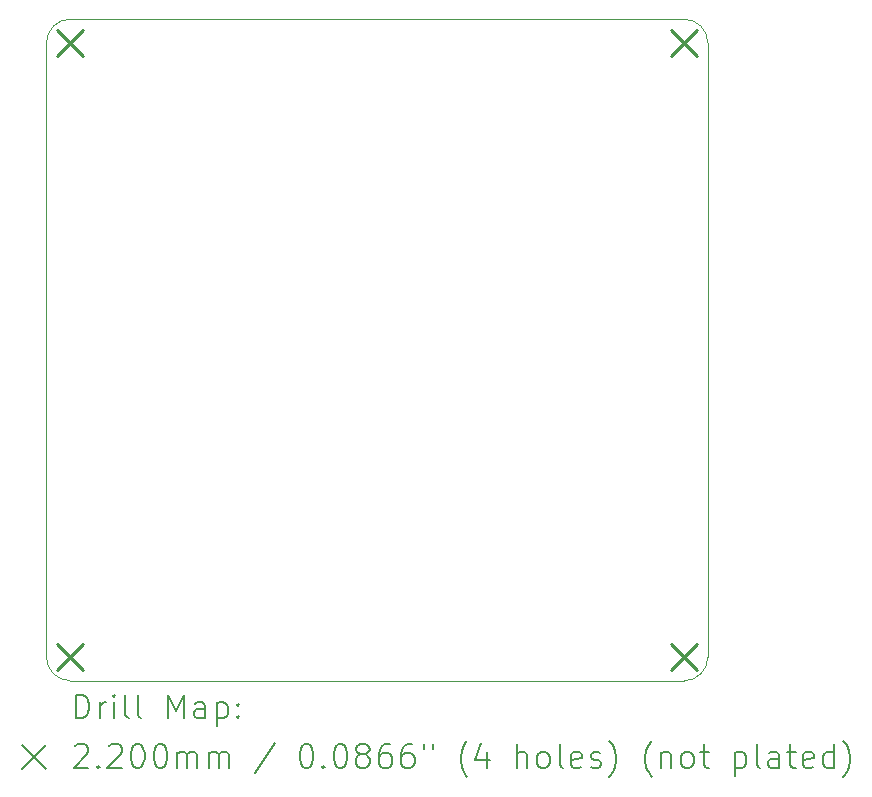
<source format=gbr>
%FSLAX45Y45*%
G04 Gerber Fmt 4.5, Leading zero omitted, Abs format (unit mm)*
G04 Created by KiCad (PCBNEW (5.99.0-12889-g70df3822b5)) date 2021-11-07 20:36:41*
%MOMM*%
%LPD*%
G01*
G04 APERTURE LIST*
%TA.AperFunction,Profile*%
%ADD10C,0.050000*%
%TD*%
%ADD11C,0.200000*%
%ADD12C,0.220000*%
G04 APERTURE END LIST*
D10*
X13361000Y-6979000D02*
G75*
G03*
X13161000Y-7179000I0J-200000D01*
G01*
X13161000Y-12379000D02*
G75*
G03*
X13361000Y-12579000I200000J0D01*
G01*
X18561000Y-12579000D02*
G75*
G03*
X18761000Y-12379000I0J200000D01*
G01*
X18761000Y-7179000D02*
G75*
G03*
X18561000Y-6979000I-200000J0D01*
G01*
X18761000Y-12379000D02*
X18761000Y-7179000D01*
X13161000Y-12379000D02*
X13161000Y-7179000D01*
X13361000Y-12579000D02*
X18561000Y-12579000D01*
X13361000Y-6979000D02*
X18561000Y-6979000D01*
D11*
D12*
X13251000Y-7069000D02*
X13471000Y-7289000D01*
X13471000Y-7069000D02*
X13251000Y-7289000D01*
X13251000Y-12269000D02*
X13471000Y-12489000D01*
X13471000Y-12269000D02*
X13251000Y-12489000D01*
X18451000Y-7069000D02*
X18671000Y-7289000D01*
X18671000Y-7069000D02*
X18451000Y-7289000D01*
X18451000Y-12269000D02*
X18671000Y-12489000D01*
X18671000Y-12269000D02*
X18451000Y-12489000D01*
D11*
X13411119Y-12896976D02*
X13411119Y-12696976D01*
X13458738Y-12696976D01*
X13487309Y-12706500D01*
X13506357Y-12725548D01*
X13515881Y-12744595D01*
X13525405Y-12782690D01*
X13525405Y-12811262D01*
X13515881Y-12849357D01*
X13506357Y-12868405D01*
X13487309Y-12887452D01*
X13458738Y-12896976D01*
X13411119Y-12896976D01*
X13611119Y-12896976D02*
X13611119Y-12763643D01*
X13611119Y-12801738D02*
X13620643Y-12782690D01*
X13630167Y-12773167D01*
X13649214Y-12763643D01*
X13668262Y-12763643D01*
X13734928Y-12896976D02*
X13734928Y-12763643D01*
X13734928Y-12696976D02*
X13725405Y-12706500D01*
X13734928Y-12716024D01*
X13744452Y-12706500D01*
X13734928Y-12696976D01*
X13734928Y-12716024D01*
X13858738Y-12896976D02*
X13839690Y-12887452D01*
X13830167Y-12868405D01*
X13830167Y-12696976D01*
X13963500Y-12896976D02*
X13944452Y-12887452D01*
X13934928Y-12868405D01*
X13934928Y-12696976D01*
X14192071Y-12896976D02*
X14192071Y-12696976D01*
X14258738Y-12839833D01*
X14325405Y-12696976D01*
X14325405Y-12896976D01*
X14506357Y-12896976D02*
X14506357Y-12792214D01*
X14496833Y-12773167D01*
X14477786Y-12763643D01*
X14439690Y-12763643D01*
X14420643Y-12773167D01*
X14506357Y-12887452D02*
X14487309Y-12896976D01*
X14439690Y-12896976D01*
X14420643Y-12887452D01*
X14411119Y-12868405D01*
X14411119Y-12849357D01*
X14420643Y-12830310D01*
X14439690Y-12820786D01*
X14487309Y-12820786D01*
X14506357Y-12811262D01*
X14601595Y-12763643D02*
X14601595Y-12963643D01*
X14601595Y-12773167D02*
X14620643Y-12763643D01*
X14658738Y-12763643D01*
X14677786Y-12773167D01*
X14687309Y-12782690D01*
X14696833Y-12801738D01*
X14696833Y-12858881D01*
X14687309Y-12877929D01*
X14677786Y-12887452D01*
X14658738Y-12896976D01*
X14620643Y-12896976D01*
X14601595Y-12887452D01*
X14782548Y-12877929D02*
X14792071Y-12887452D01*
X14782548Y-12896976D01*
X14773024Y-12887452D01*
X14782548Y-12877929D01*
X14782548Y-12896976D01*
X14782548Y-12773167D02*
X14792071Y-12782690D01*
X14782548Y-12792214D01*
X14773024Y-12782690D01*
X14782548Y-12773167D01*
X14782548Y-12792214D01*
X12953500Y-13126500D02*
X13153500Y-13326500D01*
X13153500Y-13126500D02*
X12953500Y-13326500D01*
X13401595Y-13136024D02*
X13411119Y-13126500D01*
X13430167Y-13116976D01*
X13477786Y-13116976D01*
X13496833Y-13126500D01*
X13506357Y-13136024D01*
X13515881Y-13155071D01*
X13515881Y-13174119D01*
X13506357Y-13202690D01*
X13392071Y-13316976D01*
X13515881Y-13316976D01*
X13601595Y-13297929D02*
X13611119Y-13307452D01*
X13601595Y-13316976D01*
X13592071Y-13307452D01*
X13601595Y-13297929D01*
X13601595Y-13316976D01*
X13687309Y-13136024D02*
X13696833Y-13126500D01*
X13715881Y-13116976D01*
X13763500Y-13116976D01*
X13782548Y-13126500D01*
X13792071Y-13136024D01*
X13801595Y-13155071D01*
X13801595Y-13174119D01*
X13792071Y-13202690D01*
X13677786Y-13316976D01*
X13801595Y-13316976D01*
X13925405Y-13116976D02*
X13944452Y-13116976D01*
X13963500Y-13126500D01*
X13973024Y-13136024D01*
X13982548Y-13155071D01*
X13992071Y-13193167D01*
X13992071Y-13240786D01*
X13982548Y-13278881D01*
X13973024Y-13297929D01*
X13963500Y-13307452D01*
X13944452Y-13316976D01*
X13925405Y-13316976D01*
X13906357Y-13307452D01*
X13896833Y-13297929D01*
X13887309Y-13278881D01*
X13877786Y-13240786D01*
X13877786Y-13193167D01*
X13887309Y-13155071D01*
X13896833Y-13136024D01*
X13906357Y-13126500D01*
X13925405Y-13116976D01*
X14115881Y-13116976D02*
X14134928Y-13116976D01*
X14153976Y-13126500D01*
X14163500Y-13136024D01*
X14173024Y-13155071D01*
X14182548Y-13193167D01*
X14182548Y-13240786D01*
X14173024Y-13278881D01*
X14163500Y-13297929D01*
X14153976Y-13307452D01*
X14134928Y-13316976D01*
X14115881Y-13316976D01*
X14096833Y-13307452D01*
X14087309Y-13297929D01*
X14077786Y-13278881D01*
X14068262Y-13240786D01*
X14068262Y-13193167D01*
X14077786Y-13155071D01*
X14087309Y-13136024D01*
X14096833Y-13126500D01*
X14115881Y-13116976D01*
X14268262Y-13316976D02*
X14268262Y-13183643D01*
X14268262Y-13202690D02*
X14277786Y-13193167D01*
X14296833Y-13183643D01*
X14325405Y-13183643D01*
X14344452Y-13193167D01*
X14353976Y-13212214D01*
X14353976Y-13316976D01*
X14353976Y-13212214D02*
X14363500Y-13193167D01*
X14382548Y-13183643D01*
X14411119Y-13183643D01*
X14430167Y-13193167D01*
X14439690Y-13212214D01*
X14439690Y-13316976D01*
X14534928Y-13316976D02*
X14534928Y-13183643D01*
X14534928Y-13202690D02*
X14544452Y-13193167D01*
X14563500Y-13183643D01*
X14592071Y-13183643D01*
X14611119Y-13193167D01*
X14620643Y-13212214D01*
X14620643Y-13316976D01*
X14620643Y-13212214D02*
X14630167Y-13193167D01*
X14649214Y-13183643D01*
X14677786Y-13183643D01*
X14696833Y-13193167D01*
X14706357Y-13212214D01*
X14706357Y-13316976D01*
X15096833Y-13107452D02*
X14925405Y-13364595D01*
X15353976Y-13116976D02*
X15373024Y-13116976D01*
X15392071Y-13126500D01*
X15401595Y-13136024D01*
X15411119Y-13155071D01*
X15420643Y-13193167D01*
X15420643Y-13240786D01*
X15411119Y-13278881D01*
X15401595Y-13297929D01*
X15392071Y-13307452D01*
X15373024Y-13316976D01*
X15353976Y-13316976D01*
X15334928Y-13307452D01*
X15325405Y-13297929D01*
X15315881Y-13278881D01*
X15306357Y-13240786D01*
X15306357Y-13193167D01*
X15315881Y-13155071D01*
X15325405Y-13136024D01*
X15334928Y-13126500D01*
X15353976Y-13116976D01*
X15506357Y-13297929D02*
X15515881Y-13307452D01*
X15506357Y-13316976D01*
X15496833Y-13307452D01*
X15506357Y-13297929D01*
X15506357Y-13316976D01*
X15639690Y-13116976D02*
X15658738Y-13116976D01*
X15677786Y-13126500D01*
X15687309Y-13136024D01*
X15696833Y-13155071D01*
X15706357Y-13193167D01*
X15706357Y-13240786D01*
X15696833Y-13278881D01*
X15687309Y-13297929D01*
X15677786Y-13307452D01*
X15658738Y-13316976D01*
X15639690Y-13316976D01*
X15620643Y-13307452D01*
X15611119Y-13297929D01*
X15601595Y-13278881D01*
X15592071Y-13240786D01*
X15592071Y-13193167D01*
X15601595Y-13155071D01*
X15611119Y-13136024D01*
X15620643Y-13126500D01*
X15639690Y-13116976D01*
X15820643Y-13202690D02*
X15801595Y-13193167D01*
X15792071Y-13183643D01*
X15782548Y-13164595D01*
X15782548Y-13155071D01*
X15792071Y-13136024D01*
X15801595Y-13126500D01*
X15820643Y-13116976D01*
X15858738Y-13116976D01*
X15877786Y-13126500D01*
X15887309Y-13136024D01*
X15896833Y-13155071D01*
X15896833Y-13164595D01*
X15887309Y-13183643D01*
X15877786Y-13193167D01*
X15858738Y-13202690D01*
X15820643Y-13202690D01*
X15801595Y-13212214D01*
X15792071Y-13221738D01*
X15782548Y-13240786D01*
X15782548Y-13278881D01*
X15792071Y-13297929D01*
X15801595Y-13307452D01*
X15820643Y-13316976D01*
X15858738Y-13316976D01*
X15877786Y-13307452D01*
X15887309Y-13297929D01*
X15896833Y-13278881D01*
X15896833Y-13240786D01*
X15887309Y-13221738D01*
X15877786Y-13212214D01*
X15858738Y-13202690D01*
X16068262Y-13116976D02*
X16030167Y-13116976D01*
X16011119Y-13126500D01*
X16001595Y-13136024D01*
X15982548Y-13164595D01*
X15973024Y-13202690D01*
X15973024Y-13278881D01*
X15982548Y-13297929D01*
X15992071Y-13307452D01*
X16011119Y-13316976D01*
X16049214Y-13316976D01*
X16068262Y-13307452D01*
X16077786Y-13297929D01*
X16087309Y-13278881D01*
X16087309Y-13231262D01*
X16077786Y-13212214D01*
X16068262Y-13202690D01*
X16049214Y-13193167D01*
X16011119Y-13193167D01*
X15992071Y-13202690D01*
X15982548Y-13212214D01*
X15973024Y-13231262D01*
X16258738Y-13116976D02*
X16220643Y-13116976D01*
X16201595Y-13126500D01*
X16192071Y-13136024D01*
X16173024Y-13164595D01*
X16163500Y-13202690D01*
X16163500Y-13278881D01*
X16173024Y-13297929D01*
X16182548Y-13307452D01*
X16201595Y-13316976D01*
X16239690Y-13316976D01*
X16258738Y-13307452D01*
X16268262Y-13297929D01*
X16277786Y-13278881D01*
X16277786Y-13231262D01*
X16268262Y-13212214D01*
X16258738Y-13202690D01*
X16239690Y-13193167D01*
X16201595Y-13193167D01*
X16182548Y-13202690D01*
X16173024Y-13212214D01*
X16163500Y-13231262D01*
X16353976Y-13116976D02*
X16353976Y-13155071D01*
X16430167Y-13116976D02*
X16430167Y-13155071D01*
X16725405Y-13393167D02*
X16715881Y-13383643D01*
X16696833Y-13355071D01*
X16687309Y-13336024D01*
X16677786Y-13307452D01*
X16668262Y-13259833D01*
X16668262Y-13221738D01*
X16677786Y-13174119D01*
X16687309Y-13145548D01*
X16696833Y-13126500D01*
X16715881Y-13097929D01*
X16725405Y-13088405D01*
X16887310Y-13183643D02*
X16887310Y-13316976D01*
X16839690Y-13107452D02*
X16792071Y-13250310D01*
X16915881Y-13250310D01*
X17144452Y-13316976D02*
X17144452Y-13116976D01*
X17230167Y-13316976D02*
X17230167Y-13212214D01*
X17220643Y-13193167D01*
X17201595Y-13183643D01*
X17173024Y-13183643D01*
X17153976Y-13193167D01*
X17144452Y-13202690D01*
X17353976Y-13316976D02*
X17334929Y-13307452D01*
X17325405Y-13297929D01*
X17315881Y-13278881D01*
X17315881Y-13221738D01*
X17325405Y-13202690D01*
X17334929Y-13193167D01*
X17353976Y-13183643D01*
X17382548Y-13183643D01*
X17401595Y-13193167D01*
X17411119Y-13202690D01*
X17420643Y-13221738D01*
X17420643Y-13278881D01*
X17411119Y-13297929D01*
X17401595Y-13307452D01*
X17382548Y-13316976D01*
X17353976Y-13316976D01*
X17534929Y-13316976D02*
X17515881Y-13307452D01*
X17506357Y-13288405D01*
X17506357Y-13116976D01*
X17687310Y-13307452D02*
X17668262Y-13316976D01*
X17630167Y-13316976D01*
X17611119Y-13307452D01*
X17601595Y-13288405D01*
X17601595Y-13212214D01*
X17611119Y-13193167D01*
X17630167Y-13183643D01*
X17668262Y-13183643D01*
X17687310Y-13193167D01*
X17696833Y-13212214D01*
X17696833Y-13231262D01*
X17601595Y-13250310D01*
X17773024Y-13307452D02*
X17792071Y-13316976D01*
X17830167Y-13316976D01*
X17849214Y-13307452D01*
X17858738Y-13288405D01*
X17858738Y-13278881D01*
X17849214Y-13259833D01*
X17830167Y-13250310D01*
X17801595Y-13250310D01*
X17782548Y-13240786D01*
X17773024Y-13221738D01*
X17773024Y-13212214D01*
X17782548Y-13193167D01*
X17801595Y-13183643D01*
X17830167Y-13183643D01*
X17849214Y-13193167D01*
X17925405Y-13393167D02*
X17934929Y-13383643D01*
X17953976Y-13355071D01*
X17963500Y-13336024D01*
X17973024Y-13307452D01*
X17982548Y-13259833D01*
X17982548Y-13221738D01*
X17973024Y-13174119D01*
X17963500Y-13145548D01*
X17953976Y-13126500D01*
X17934929Y-13097929D01*
X17925405Y-13088405D01*
X18287310Y-13393167D02*
X18277786Y-13383643D01*
X18258738Y-13355071D01*
X18249214Y-13336024D01*
X18239690Y-13307452D01*
X18230167Y-13259833D01*
X18230167Y-13221738D01*
X18239690Y-13174119D01*
X18249214Y-13145548D01*
X18258738Y-13126500D01*
X18277786Y-13097929D01*
X18287310Y-13088405D01*
X18363500Y-13183643D02*
X18363500Y-13316976D01*
X18363500Y-13202690D02*
X18373024Y-13193167D01*
X18392071Y-13183643D01*
X18420643Y-13183643D01*
X18439690Y-13193167D01*
X18449214Y-13212214D01*
X18449214Y-13316976D01*
X18573024Y-13316976D02*
X18553976Y-13307452D01*
X18544452Y-13297929D01*
X18534929Y-13278881D01*
X18534929Y-13221738D01*
X18544452Y-13202690D01*
X18553976Y-13193167D01*
X18573024Y-13183643D01*
X18601595Y-13183643D01*
X18620643Y-13193167D01*
X18630167Y-13202690D01*
X18639690Y-13221738D01*
X18639690Y-13278881D01*
X18630167Y-13297929D01*
X18620643Y-13307452D01*
X18601595Y-13316976D01*
X18573024Y-13316976D01*
X18696833Y-13183643D02*
X18773024Y-13183643D01*
X18725405Y-13116976D02*
X18725405Y-13288405D01*
X18734929Y-13307452D01*
X18753976Y-13316976D01*
X18773024Y-13316976D01*
X18992071Y-13183643D02*
X18992071Y-13383643D01*
X18992071Y-13193167D02*
X19011119Y-13183643D01*
X19049214Y-13183643D01*
X19068262Y-13193167D01*
X19077786Y-13202690D01*
X19087310Y-13221738D01*
X19087310Y-13278881D01*
X19077786Y-13297929D01*
X19068262Y-13307452D01*
X19049214Y-13316976D01*
X19011119Y-13316976D01*
X18992071Y-13307452D01*
X19201595Y-13316976D02*
X19182548Y-13307452D01*
X19173024Y-13288405D01*
X19173024Y-13116976D01*
X19363500Y-13316976D02*
X19363500Y-13212214D01*
X19353976Y-13193167D01*
X19334929Y-13183643D01*
X19296833Y-13183643D01*
X19277786Y-13193167D01*
X19363500Y-13307452D02*
X19344452Y-13316976D01*
X19296833Y-13316976D01*
X19277786Y-13307452D01*
X19268262Y-13288405D01*
X19268262Y-13269357D01*
X19277786Y-13250310D01*
X19296833Y-13240786D01*
X19344452Y-13240786D01*
X19363500Y-13231262D01*
X19430167Y-13183643D02*
X19506357Y-13183643D01*
X19458738Y-13116976D02*
X19458738Y-13288405D01*
X19468262Y-13307452D01*
X19487310Y-13316976D01*
X19506357Y-13316976D01*
X19649214Y-13307452D02*
X19630167Y-13316976D01*
X19592071Y-13316976D01*
X19573024Y-13307452D01*
X19563500Y-13288405D01*
X19563500Y-13212214D01*
X19573024Y-13193167D01*
X19592071Y-13183643D01*
X19630167Y-13183643D01*
X19649214Y-13193167D01*
X19658738Y-13212214D01*
X19658738Y-13231262D01*
X19563500Y-13250310D01*
X19830167Y-13316976D02*
X19830167Y-13116976D01*
X19830167Y-13307452D02*
X19811119Y-13316976D01*
X19773024Y-13316976D01*
X19753976Y-13307452D01*
X19744452Y-13297929D01*
X19734929Y-13278881D01*
X19734929Y-13221738D01*
X19744452Y-13202690D01*
X19753976Y-13193167D01*
X19773024Y-13183643D01*
X19811119Y-13183643D01*
X19830167Y-13193167D01*
X19906357Y-13393167D02*
X19915881Y-13383643D01*
X19934929Y-13355071D01*
X19944452Y-13336024D01*
X19953976Y-13307452D01*
X19963500Y-13259833D01*
X19963500Y-13221738D01*
X19953976Y-13174119D01*
X19944452Y-13145548D01*
X19934929Y-13126500D01*
X19915881Y-13097929D01*
X19906357Y-13088405D01*
M02*

</source>
